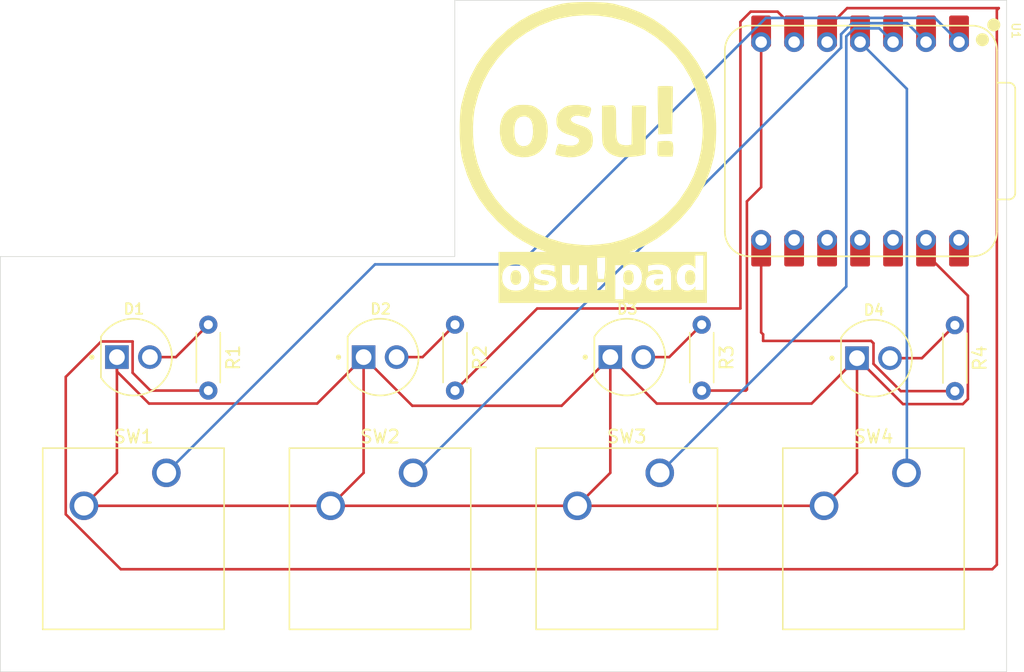
<source format=kicad_pcb>
(kicad_pcb (version 20241229) (generator "pcbnew") (generator_version "9.0")
  (layers (0 "F.Cu" signal) (2 "B.Cu" signal) (13 "F.Paste" user) (15 "B.Paste" user) (5 "F.SilkS" user "F.Silkscreen") (7 "B.SilkS" user "B.Silkscreen") (1 "F.Mask" user) (3 "B.Mask" user) (25 "Edge.Cuts" user))
  (net 0 "")
  (net 1 "Net-(D1-PadA)")
  (net 2 "GND")
  (net 3 "Net-(D2-PadA)")
  (net 4 "Net-(D3-PadA)")
  (net 5 "Net-(D4-PadA)")
  (net 6 "LED1")
  (net 7 "LED2")
  (net 8 "LED3")
  (net 9 "LED4")
  (net 10 "button1")
  (net 11 "button2")
  (net 12 "button3")
  (net 13 "button4")
  (footprint "Button_Switch_Keyboard:SW_Cherry_MX_1.00u_PCB" (layer "F.Cu") (at 105.54 98.92)
    (property "Reference" "SW3" (at -2.54 -2.794 0) (layer "F.SilkS"))
    (property "Value" "SW_Push")
    (fp_line (start -9.525 -1.905) (end 4.445 -1.905) (stroke (width 0.12)) (layer "F.SilkS"))
    (fp_line (start -9.525 12.065) (end -9.525 -1.905) (stroke (width 0.12)) (layer "F.SilkS"))
    (fp_line (start 4.445 -1.905) (end 4.445 12.065) (stroke (width 0.12)) (layer "F.SilkS"))
    (fp_line (start 4.445 12.065) (end -9.525 12.065) (stroke (width 0.12)) (layer "F.SilkS"))
    (pad "" np_thru_hole circle (at -7.62 5.08) (size 1.7 1.7) (drill 1.7) (layers "*.Cu" "*.Mask"))
    (pad "" np_thru_hole circle (at -2.54 5.08) (size 4 4) (drill 4) (layers "*.Cu" "*.Mask"))
    (pad "" np_thru_hole circle (at 2.54 5.08) (size 1.7 1.7) (drill 1.7) (layers "*.Cu" "*.Mask"))
    (pad "1" thru_hole circle (at 0 0) (size 2.2 2.2) (drill 1.5) (layers "*.Cu" "*.Mask") (net 12 "button3"))
    (pad "2" thru_hole circle (at -6.35 2.54) (size 2.2 2.2) (drill 1.5) (layers "*.Cu" "*.Mask") (net 2 "GND"))
  )
  (footprint "Footprints:XIAO-RP2040-DIP" (layer "F.Cu") (at 120.9675 73.3425 -90)
    (property "Reference" "U1" (at -8.5 -12 270) (layer "F.SilkS") (effects (font (size 0.635 0.635) (thickness 0.1016))))
    (property "Value" "XIAO-RP2040-DIP")
    (fp_line (start -6.985 10.414) (end 6.985 10.414) (stroke (width 0.127)) (layer "F.SilkS"))
    (fp_line (start -8.89 8.509) (end -8.89 -8.636) (stroke (width 0.127)) (layer "F.SilkS"))
    (fp_line (start 8.89 8.509) (end 8.89 -8.636) (stroke (width 0.127)) (layer "F.SilkS"))
    (fp_line (start -4.495 -10.541) (end -4.491272 -11.451272) (stroke (width 0.127)) (layer "F.SilkS"))
    (fp_line (start 6.985 -10.541) (end -6.985 -10.541) (stroke (width 0.1)) (layer "F.SilkS"))
    (fp_line (start 6.985 -10.541) (end -6.985 -10.541) (stroke (width 0.127)) (layer "F.SilkS"))
    (fp_line (start 4.504 -11.451) (end 4.504 -10.541) (stroke (width 0.127)) (layer "F.SilkS"))
    (fp_line (start -3.991272 -11.951) (end 4.004 -11.951) (stroke (width 0.127)) (layer "F.SilkS"))
    (fp_arc (start -6.985 10.414) (mid -8.332038 9.856038) (end -8.89 8.509) (stroke (width 0.127)) (layer "F.SilkS"))
    (fp_arc (start 8.89 8.509) (mid 8.332038 9.856038) (end 6.985 10.414) (stroke (width 0.127)) (layer "F.SilkS"))
    (fp_arc (start -8.89 -8.636) (mid -8.332038 -9.983038) (end -6.985 -10.541) (stroke (width 0.127)) (layer "F.SilkS"))
    (fp_arc (start 6.985 -10.541) (mid 8.332038 -9.983038) (end 8.89 -8.636) (stroke (width 0.127)) (layer "F.SilkS"))
    (fp_arc (start -4.491272 -11.451272) (mid -4.344728 -11.80464) (end -3.991272 -11.951) (stroke (width 0.127)) (layer "F.SilkS"))
    (fp_arc (start 4.004 -11.951) (mid 4.357553 -11.804553) (end 4.504 -11.451) (stroke (width 0.127)) (layer "F.SilkS"))
    (fp_circle (center -7.807 -9.42) (end -7.807 -9.674) (stroke (width 0.5)) (fill yes) (layer "F.SilkS"))
    (fp_circle (center -8.95 -10.3) (end -8.95 -10.554) (stroke (width 0.5)) (fill yes) (layer "F.SilkS"))
    (pad "1" smd roundrect (at -8.455 -7.62 90) (size 2.432 1.524) (layers "F.Cu" "F.Mask") (roundrect_rratio 0.1) (net 10 "button1"))
    (pad "1" thru_hole circle (at -7.62 -7.62 90) (size 1.524 1.524) (drill 0.889) (layers "*.Cu" "*.Mask") (net 10 "button1"))
    (pad "2" smd roundrect (at -8.455 -5.08 90) (size 2.432 1.524) (layers "F.Cu" "F.Mask") (roundrect_rratio 0.1) (net 11 "button2"))
    (pad "2" thru_hole circle (at -7.62 -5.08 90) (size 1.524 1.524) (drill 0.889) (layers "*.Cu" "*.Mask") (net 11 "button2"))
    (pad "3" smd roundrect (at -8.455 -2.54 90) (size 2.432 1.524) (layers "F.Cu" "F.Mask") (roundrect_rratio 0.1) (net 12 "button3"))
    (pad "3" thru_hole circle (at -7.62 -2.54 90) (size 1.524 1.524) (drill 0.889) (layers "*.Cu" "*.Mask") (net 12 "button3"))
    (pad "4" smd roundrect (at -8.455 0 90) (size 2.432 1.524) (layers "F.Cu" "F.Mask") (roundrect_rratio 0.1) (net 13 "button4"))
    (pad "4" thru_hole circle (at -7.62 0 90) (size 1.524 1.524) (drill 0.889) (layers "*.Cu" "*.Mask") (net 13 "button4"))
    (pad "5" smd roundrect (at -8.455 2.54 90) (size 2.432 1.524) (layers "F.Cu" "F.Mask") (roundrect_rratio 0.1) (net 6 "LED1"))
    (pad "5" thru_hole circle (at -7.62 2.54 90) (size 1.524 1.524) (drill 0.889) (layers "*.Cu" "*.Mask") (net 6 "LED1"))
    (pad "6" smd roundrect (at -8.455 5.08 90) (size 2.432 1.524) (layers "F.Cu" "F.Mask") (roundrect_rratio 0.1) (net 7 "LED2"))
    (pad "6" thru_hole circle (at -7.62 5.08 90) (size 1.524 1.524) (drill 0.889) (layers "*.Cu" "*.Mask") (net 7 "LED2"))
    (pad "7" smd roundrect (at -8.455 7.62 90) (size 2.432 1.524) (layers "F.Cu" "F.Mask") (roundrect_rratio 0.1) (net 8 "LED3"))
    (pad "7" thru_hole circle (at -7.62 7.62 90) (size 1.524 1.524) (drill 0.889) (layers "*.Cu" "*.Mask") (net 8 "LED3"))
    (pad "8" thru_hole circle (at 7.62 7.62 270) (size 1.524 1.524) (drill 0.889) (layers "*.Cu" "*.Mask") (net 9 "LED4"))
    (pad "8" smd roundrect (at 8.455 7.62 270) (size 2.432 1.524) (layers "F.Cu" "F.Mask") (roundrect_rratio 0.1) (net 9 "LED4"))
    (pad "9" thru_hole circle (at 7.62 5.08 270) (size 1.524 1.524) (drill 0.889) (layers "*.Cu" "*.Mask"))
    (pad "9" smd roundrect (at 8.455 5.08 270) (size 2.432 1.524) (layers "F.Cu" "F.Mask") (roundrect_rratio 0.1))
    (pad "10" thru_hole circle (at 7.62 2.54 270) (size 1.524 1.524) (drill 0.889) (layers "*.Cu" "*.Mask"))
    (pad "10" smd roundrect (at 8.455 2.54 270) (size 2.432 1.524) (layers "F.Cu" "F.Mask") (roundrect_rratio 0.1))
    (pad "11" thru_hole circle (at 7.62 0 270) (size 1.524 1.524) (drill 0.889) (layers "*.Cu" "*.Mask"))
    (pad "11" smd roundrect (at 8.455 0 270) (size 2.432 1.524) (layers "F.Cu" "F.Mask") (roundrect_rratio 0.1))
    (pad "12" thru_hole circle (at 7.62 -2.54 270) (size 1.524 1.524) (drill 0.889) (layers "*.Cu" "*.Mask"))
    (pad "12" smd roundrect (at 8.455 -2.54 270) (size 2.432 1.524) (layers "F.Cu" "F.Mask") (roundrect_rratio 0.1))
    (pad "13" thru_hole circle (at 7.62 -5.08 270) (size 1.524 1.524) (drill 0.889) (layers "*.Cu" "*.Mask") (net 2 "GND"))
    (pad "13" smd roundrect (at 8.455 -5.08 270) (size 2.432 1.524) (layers "F.Cu" "F.Mask") (roundrect_rratio 0.1) (net 2 "GND"))
    (pad "14" thru_hole circle (at 7.62 -7.62 270) (size 1.524 1.524) (drill 0.889) (layers "*.Cu" "*.Mask"))
    (pad "14" smd roundrect (at 8.455 -7.62 270) (size 2.432 1.524) (layers "F.Cu" "F.Mask") (roundrect_rratio 0.1))
  )
  (footprint "Button_Switch_Keyboard:SW_Cherry_MX_1.00u_PCB" (layer "F.Cu") (at 67.54 98.92)
    (property "Reference" "SW1" (at -2.54 -2.794 0) (layer "F.SilkS"))
    (property "Value" "SW_Push")
    (fp_line (start -9.525 -1.905) (end 4.445 -1.905) (stroke (width 0.12)) (layer "F.SilkS"))
    (fp_line (start -9.525 12.065) (end -9.525 -1.905) (stroke (width 0.12)) (layer "F.SilkS"))
    (fp_line (start 4.445 -1.905) (end 4.445 12.065) (stroke (width 0.12)) (layer "F.SilkS"))
    (fp_line (start 4.445 12.065) (end -9.525 12.065) (stroke (width 0.12)) (layer "F.SilkS"))
    (pad "" np_thru_hole circle (at -7.62 5.08) (size 1.7 1.7) (drill 1.7) (layers "*.Cu" "*.Mask"))
    (pad "" np_thru_hole circle (at -2.54 5.08) (size 4 4) (drill 4) (layers "*.Cu" "*.Mask"))
    (pad "" np_thru_hole circle (at 2.54 5.08) (size 1.7 1.7) (drill 1.7) (layers "*.Cu" "*.Mask"))
    (pad "1" thru_hole circle (at 0 0) (size 2.2 2.2) (drill 1.5) (layers "*.Cu" "*.Mask") (net 10 "button1"))
    (pad "2" thru_hole circle (at -6.35 2.54) (size 2.2 2.2) (drill 1.5) (layers "*.Cu" "*.Mask") (net 2 "GND"))
  )
  (footprint "LED:LEDRD254W57D500H1070" (layer "F.Cu") (at 84 90)
    (property "Reference" "D2" (at 0.04 -3.708 0) (layer "F.SilkS") (effects (font (size 0.8 0.8))))
    (property "Value" "L08R5000Q1")
    (fp_line (start -2.5 -1.566) (end -2.5 1.566) (stroke (width 0.127)) (layer "F.SilkS"))
    (fp_arc (start -2.5 -1.566) (mid 2.961291 0) (end -2.5 1.566) (stroke (width 0.127)) (layer "F.SilkS"))
    (fp_circle (center -3.2 0) (end -3.1 0) (stroke (width 0.2)) (fill no) (layer "F.SilkS"))
    (pad "A" thru_hole circle (at 1.27 0) (size 1.815 1.815) (drill 1.21) (layers "*.Cu" "*.Mask") (net 3 "Net-(D2-PadA)"))
    (pad "C" thru_hole rect (at -1.27 0) (size 1.815 1.815) (drill 1.21) (layers "*.Cu" "*.Mask") (net 2 "GND"))
  )
  (footprint "LED:LEDRD254W57D500H1070" (layer "F.Cu") (at 65 90)
    (property "Reference" "D1" (at 0.04 -3.708 0) (layer "F.SilkS") (effects (font (size 0.8 0.8))))
    (property "Value" "L08R5000Q1")
    (fp_line (start -2.5 -1.566) (end -2.5 1.566) (stroke (width 0.127)) (layer "F.SilkS"))
    (fp_arc (start -2.5 -1.566) (mid 2.961291 0) (end -2.5 1.566) (stroke (width 0.127)) (layer "F.SilkS"))
    (fp_circle (center -3.2 0) (end -3.1 0) (stroke (width 0.2)) (fill no) (layer "F.SilkS"))
    (pad "A" thru_hole circle (at 1.27 0) (size 1.815 1.815) (drill 1.21) (layers "*.Cu" "*.Mask") (net 1 "Net-(D1-PadA)"))
    (pad "C" thru_hole rect (at -1.27 0) (size 1.815 1.815) (drill 1.21) (layers "*.Cu" "*.Mask") (net 2 "GND"))
  )
  (footprint "downloads:osu" (layer "F.Cu") (at 100 72.5)
    (property "Reference" "G***" (hide yes))
    (property "Value" "LOGO" (hide yes))
    (fp_poly (pts (xy 6.200988 0.838465) (xy 6.247843 0.842858) (xy 6.421255 0.869964) (xy 6.508923 0.926192) (xy 6.551044 1.051573) (xy 6.569103 1.162809) (xy 6.586491 1.423476) (xy 6.574226 1.698943) (xy 6.567864 1.748311) (xy 6.523343 2.045194) (xy 5.967863 2.045194) (xy 5.69623 2.042831) (xy 5.528478 2.030998) (xy 5.436561 2.002581) (xy 5.392433 1.950467) (xy 5.374616 1.894717) (xy 5.357703 1.750327) (xy 5.351922 1.52721) (xy 5.356866 1.317444) (xy 5.376883 0.890649) (xy 5.673373 0.851087) (xy 5.934376 0.832916)) (fill yes) (layer "F.SilkS"))
    (fp_poly (pts (xy 6.224853 -3.393979) (xy 6.422603 -3.384167) (xy 6.531631 -3.370089) (xy 6.542746 -3.364676) (xy 6.54742 -3.292641) (xy 6.549403 -3.105936) (xy 6.548798 -2.821809) (xy 6.545707 -2.457508) (xy 6.540233 -2.030281) (xy 6.532478 -1.557376) (xy 6.53175 -1.517403) (xy 6.498441 0.296883) (xy 5.964031 0.315885) (xy 5.42962 0.334887) (xy 5.393232 -1.498401) (xy 5.384866 -1.976816) (xy 5.379437 -2.411029) (xy 5.376985 -2.783889) (xy 5.37755 -3.078243) (xy 5.381173 -3.276938) (xy 5.387894 -3.362821) (xy 5.388854 -3.364676) (xy 5.46517 -3.379806) (xy 5.640408 -3.391281) (xy 5.881556 -3.397231) (xy 5.970649 -3.397663)) (fill yes) (layer "F.SilkS"))
    (fp_poly (pts (xy 2.019629 -1.888211) (xy 2.101029 -1.816025) (xy 2.148482 -1.682216) (xy 2.170998 -1.470241) (xy 2.177584 -1.16356) (xy 2.177251 -0.745628) (xy 2.177142 -0.623378) (xy 2.180163 -0.115003) (xy 2.192069 0.278075) (xy 2.217126 0.57243) (xy 2.259602 0.784632) (xy 2.323761 0.931253) (xy 2.413871 1.028864) (xy 2.534197 1.094037) (xy 2.627483 1.125914) (xy 2.868312 1.167767) (xy 3.104912 1.163855) (xy 3.12617 1.160323) (xy 3.362212 1.116041) (xy 3.379937 -0.38211) (xy 3.397662 -1.88026) (xy 3.790757 -1.900456) (xy 4.031937 -1.905227) (xy 4.239686 -1.896256) (xy 4.336067 -1.882449) (xy 4.488283 -1.844245) (xy 4.470765 0.013722) (xy 4.453246 1.871689) (xy 4.123376 1.961262) (xy 3.917606 2.001497) (xy 3.63342 2.036878) (xy 3.307448 2.065157) (xy 2.976319 2.084084) (xy 2.676662 2.091412) (xy 2.445107 2.084891) (xy 2.342077 2.070608) (xy 1.938913 1.941371) (xy 1.637588 1.779049) (xy 1.408581 1.562966) (xy 1.234119 1.294687) (xy 1.186378 1.198507) (xy 1.150378 1.099449) (xy 1.12447 0.977994) (xy 1.107006 0.814622) (xy 1.096337 0.589814) (xy 1.090815 0.284048) (xy 1.088791 -0.122194) (xy 1.088571 -0.428832) (xy 1.088571 -1.88026) (xy 1.481666 -1.900456) (xy 1.718956 -1.913884) (xy 1.895275 -1.915317)) (fill yes) (layer "F.SilkS"))
    (fp_poly (pts (xy -4.62992 -1.936529) (xy -4.39586 -1.906834) (xy -4.19869 -1.8471) (xy -4.074073 -1.791252) (xy -3.712127 -1.545277) (xy -3.412787 -1.206182) (xy -3.205999 -0.80869) (xy -3.192064 -0.768575) (xy -3.106232 -0.36924) (xy -3.081411 0.088346) (xy -3.11647 0.547721) (xy -3.210281 0.952428) (xy -3.227442 0.999947) (xy -3.4471 1.404017) (xy -3.757228 1.722662) (xy -4.14238 1.949148) (xy -4.58711 2.076739) (xy -5.075972 2.098701) (xy -5.560722 2.017341) (xy -5.964572 1.844108) (xy -6.295406 1.566485) (xy -6.54661 1.194106) (xy -6.711571 0.736603) (xy -6.782047 0.238361) (xy -6.781478 0.21759) (xy -5.658587 0.21759) (xy -5.620943 0.55337) (xy -5.546556 0.826886) (xy -5.505808 0.910988) (xy -5.309103 1.13445) (xy -5.062617 1.239484) (xy -4.78371 1.221249) (xy -4.623084 1.157079) (xy -4.436096 0.987963) (xy -4.304944 0.709395) (xy -4.234074 0.333456) (xy -4.222338 0.068933) (xy -4.253852 -0.373565) (xy -4.349779 -0.703129) (xy -4.512198 -0.923119) (xy -4.743187 -1.036899) (xy -4.917669 -1.055585) (xy -5.207446 -1.009535) (xy -5.418761 -0.865191) (xy -5.562315 -0.613258) (xy -5.609516 -0.454637) (xy -5.655956 -0.133923) (xy -5.658587 0.21759) (xy -6.781478 0.21759) (xy -6.766122 -0.343432) (xy -6.6519 -0.838376) (xy -6.43828 -1.248858) (xy -6.124163 -1.577262) (xy -5.866602 -1.747275) (xy -5.669849 -1.847145) (xy -5.496877 -1.906391) (xy -5.299762 -1.935303) (xy -5.030578 -1.944168) (xy -4.948053 -1.944457)) (fill yes) (layer "F.SilkS"))
    (fp_poly (pts (xy -0.354461 -1.909577) (xy -0.082468 -1.856398) (xy 0.127648 -1.792324) (xy 0.235148 -1.713649) (xy 0.257772 -1.58633) (xy 0.213261 -1.37632) (xy 0.197317 -1.319481) (xy 0.127591 -1.101647) (xy 0.054143 -0.991279) (xy -0.05768 -0.967572) (xy -0.242527 -1.00972) (xy -0.293381 -1.024845) (xy -0.678053 -1.108801) (xy -0.975871 -1.101288) (xy -1.172853 -1.018857) (xy -1.305512 -0.881399) (xy -1.306691 -0.746795) (xy -1.176266 -0.614892) (xy -0.914114 -0.485536) (xy -0.678695 -0.40449) (xy -0.29537 -0.269526) (xy -0.021031 -0.128717) (xy 0.166993 0.032536) (xy 0.285669 0.216597) (xy 0.372475 0.517168) (xy 0.389802 0.863978) (xy 0.336323 1.190281) (xy 0.30671 1.273149) (xy 0.113586 1.571266) (xy -0.179977 1.809506) (xy -0.553931 1.981785) (xy -0.98823 2.082018) (xy -1.462826 2.104123) (xy -1.957675 2.042014) (xy -2.107636 2.005901) (xy -2.308568 1.948603) (xy -2.450687 1.901917) (xy -2.494421 1.881856) (xy -2.496939 1.805668) (xy -2.470024 1.648704) (xy -2.424493 1.455851) (xy -2.371162 1.271991) (xy -2.320848 1.14201) (xy -2.312554 1.12716) (xy -2.251544 1.074498) (xy -2.139651 1.072014) (xy -1.968952 1.10962) (xy -1.547019 1.189798) (xy -1.192517 1.196339) (xy -0.922043 1.130051) (xy -0.804129 1.053014) (xy -0.682302 0.883053) (xy -0.688238 0.726431) (xy -0.817899 0.590241) (xy -1.067248 0.481575) (xy -1.141022 0.461242) (xy -1.614118 0.317154) (xy -1.967332 0.150456) (xy -2.211943 -0.047063) (xy -2.359228 -0.283611) (xy -2.407905 -0.460948) (xy -2.423531 -0.882098) (xy -2.320327 -1.247062) (xy -2.100205 -1.551915) (xy -1.765079 -1.792734) (xy -1.756507 -1.797241) (xy -1.493426 -1.885953) (xy -1.144831 -1.935208) (xy -0.751563 -1.943564)) (fill yes) (layer "F.SilkS"))
    (fp_poly (pts (xy 0.452487 -9.867644) (xy 0.988137 -9.847912) (xy 1.46727 -9.813091) (xy 1.85862 -9.763181) (xy 1.97922 -9.739951) (xy 3.070573 -9.446567) (xy 4.076258 -9.05981) (xy 5.011471 -8.571378) (xy 5.89141 -7.972966) (xy 6.73127 -7.256269) (xy 6.996185 -6.998441) (xy 7.765476 -6.149142) (xy 8.41027 -5.265692) (xy 8.935783 -4.338112) (xy 9.347234 -3.356424) (xy 9.649838 -2.310649) (xy 9.775507 -1.682717) (xy 9.842947 -1.14557) (xy 9.880191 -0.531021) (xy 9.887919 0.122165) (xy 9.866813 0.775225) (xy 9.817551 1.389394) (xy 9.740815 1.925909) (xy 9.709491 2.079706) (xy 9.41415 3.155412) (xy 9.022889 4.150074) (xy 8.527507 5.078556) (xy 7.919801 5.955719) (xy 7.191568 6.796426) (xy 6.996185 6.996185) (xy 6.175475 7.745608) (xy 5.32908 8.372958) (xy 4.439612 8.887847) (xy 3.489679 9.299888) (xy 2.461891 9.618694) (xy 2.091 9.707695) (xy 1.815594 9.761819) (xy 1.52312 9.802138) (xy 1.185675 9.830961) (xy 0.775357 9.850601) (xy 0.264264 9.863369) (xy 0.197921 9.864499) (xy -0.211461 9.869558) (xy -0.584519 9.871087) (xy -0.897697 9.869232) (xy -1.127435 9.864142) (xy -1.250178 9.855964) (xy -1.253507 9.8554) (xy -1.943732 9.72085) (xy -2.532745 9.585832) (xy -3.050992 9.441176) (xy -3.528921 9.277712) (xy -3.99698 9.086268) (xy -4.354286 8.921486) (xy -5.050559 8.550277) (xy -5.701292 8.121851) (xy -6.336789 7.614124) (xy -6.987349 7.005015) (xy -6.996186 6.996185) (xy -7.745355 6.17446) (xy -8.373549 5.323321) (xy -8.89044 4.425183) (xy -9.305697 3.462461) (xy -9.628991 2.41757) (xy -9.718423 2.046058) (xy -9.782303 1.665958) (xy -9.829404 1.18855) (xy -9.859555 0.645746) (xy -9.872582 0.06946) (xy -9.870052 -0.273056) (xy -8.841219 -0.273056) (xy -8.837759 0.398249) (xy -8.797428 1.038285) (xy -8.737525 1.498853) (xy -8.497022 2.528925) (xy -8.138643 3.510988) (xy -7.670332 4.436775) (xy -7.100035 5.298021) (xy -6.435696 6.086458) (xy -5.685259 6.793819) (xy -4.85667 7.411839) (xy -3.957873 7.932251) (xy -2.996812 8.346788) (xy -1.981433 8.647184) (xy -1.836561 8.679411) (xy -1.55868 8.729117) (xy -1.216636 8.776104) (xy -0.846568 8.816972) (xy -0.484616 8.848318) (xy -0.166919 8.866743) (xy 0.070383 8.868846) (xy 0.131947 8.864659) (xy 0.273612 8.852223) (xy 0.503711 8.834987) (xy 0.778975 8.816148) (xy 0.857662 8.811058) (xy 1.784036 8.688392) (xy 2.710586 8.444029) (xy 3.620881 8.087169) (xy 4.498488 7.627015) (xy 5.326976 7.072767) (xy 6.089913 6.433627) (xy 6.770867 5.718796) (xy 7.083897 5.32455) (xy 7.68509 4.416759) (xy 8.158709 3.480021) (xy 8.507174 2.507015) (xy 8.732905 1.490418) (xy 8.83832 0.422909) (xy 8.847344 -0.011381) (xy 8.783703 -1.084609) (xy 8.596778 -2.12319) (xy 8.292565 -3.118876) (xy 7.87706 -4.063418) (xy 7.356261 -4.948566) (xy 6.736163 -5.766071) (xy 6.022763 -6.507684) (xy 5.222057 -7.165156) (xy 4.340041 -7.730238) (xy 3.382713 -8.19468) (xy 2.720978 -8.439321) (xy 1.786332 -8.680532) (xy 0.800494 -8.816604) (xy -0.208004 -8.847536) (xy -1.21063 -8.773329) (xy -2.178853 -8.593983) (xy -2.720979 -8.439321) (xy -3.715103 -8.047388) (xy -4.644177 -7.546285) (xy -5.500744 -6.944613) (xy -6.277351 -6.250971) (xy -6.966541 -5.47396) (xy -7.560861 -4.622178) (xy -8.052855 -3.704226) (xy -8.435069 -2.728702) (xy -8.700047 -1.704208) (xy -8.737525 -1.498854) (xy -8.807808 -0.922974) (xy -8.841219 -0.273056) (xy -9.870052 -0.273056) (xy -9.868313 -0.508394) (xy -9.846574 -1.055903) (xy -9.807194 -1.541153) (xy -9.749998 -1.932231) (xy -9.740217 -1.979221) (xy -9.446723 -3.071139) (xy -9.058559 -4.078502) (xy -8.567416 -5.016516) (xy -7.964981 -5.900389) (xy -7.242945 -6.745328) (xy -6.997631 -6.997631) (xy -6.155743 -7.761458) (xy -5.275414 -8.403489) (xy -4.343033 -8.931164) (xy -3.34499 -9.351918) (xy -2.267672 -9.67319) (xy -1.979221 -9.739962) (xy -1.629972 -9.795678) (xy -1.180911 -9.836304) (xy -0.663303 -9.86184) (xy -0.108415 -9.872287)) (fill yes) (layer "F.SilkS"))
  )
  (footprint "LED:LEDRD254W57D500H1070" (layer "F.Cu") (at 122 90.08)
    (property "Reference" "D4" (at 0.04 -3.708 0) (layer "F.SilkS") (effects (font (size 0.8 0.8))))
    (property "Value" "L08R5000Q1")
    (fp_line (start -2.5 -1.566) (end -2.5 1.566) (stroke (width 0.127)) (layer "F.SilkS"))
    (fp_arc (start -2.5 -1.566) (mid 2.961291 0) (end -2.5 1.566) (stroke (width 0.127)) (layer "F.SilkS"))
    (fp_circle (center -3.2 0) (end -3.1 0) (stroke (width 0.2)) (fill no) (layer "F.SilkS"))
    (pad "A" thru_hole circle (at 1.27 0) (size 1.815 1.815) (drill 1.21) (layers "*.Cu" "*.Mask") (net 5 "Net-(D4-PadA)"))
    (pad "C" thru_hole rect (at -1.27 0) (size 1.815 1.815) (drill 1.21) (layers "*.Cu" "*.Mask") (net 2 "GND"))
  )
  (footprint "Resistor_THT:R_Axial_DIN0204_L3.6mm_D1.6mm_P5.08mm_Horizontal" (layer "F.Cu") (at 89.77 87.5 -90)
    (property "Reference" "R2" (at 2.54 -1.92 90) (layer "F.SilkS"))
    (property "Value" "R")
    (fp_line (start 0.62 0.92) (end 4.46 0.92) (stroke (width 0.12)) (layer "F.SilkS"))
    (fp_line (start 0.62 -0.92) (end 4.46 -0.92) (stroke (width 0.12)) (layer "F.SilkS"))
    (pad "1" thru_hole circle (at 0 0 270) (size 1.4 1.4) (drill 0.7) (layers "*.Cu" "*.Mask") (net 3 "Net-(D2-PadA)"))
    (pad "2" thru_hole circle (at 5.08 0 270) (size 1.4 1.4) (drill 0.7) (layers "*.Cu" "*.Mask") (net 7 "LED2"))
  )
  (footprint "Button_Switch_Keyboard:SW_Cherry_MX_1.00u_PCB" (layer "F.Cu") (at 124.54 98.92)
    (property "Reference" "SW4" (at -2.54 -2.794 0) (layer "F.SilkS"))
    (property "Value" "SW_Push")
    (fp_line (start -9.525 -1.905) (end 4.445 -1.905) (stroke (width 0.12)) (layer "F.SilkS"))
    (fp_line (start -9.525 12.065) (end -9.525 -1.905) (stroke (width 0.12)) (layer "F.SilkS"))
    (fp_line (start 4.445 -1.905) (end 4.445 12.065) (stroke (width 0.12)) (layer "F.SilkS"))
    (fp_line (start 4.445 12.065) (end -9.525 12.065) (stroke (width 0.12)) (layer "F.SilkS"))
    (pad "" np_thru_hole circle (at -7.62 5.08) (size 1.7 1.7) (drill 1.7) (layers "*.Cu" "*.Mask"))
    (pad "" np_thru_hole circle (at -2.54 5.08) (size 4 4) (drill 4) (layers "*.Cu" "*.Mask"))
    (pad "" np_thru_hole circle (at 2.54 5.08) (size 1.7 1.7) (drill 1.7) (layers "*.Cu" "*.Mask"))
    (pad "1" thru_hole circle (at 0 0) (size 2.2 2.2) (drill 1.5) (layers "*.Cu" "*.Mask") (net 13 "button4"))
    (pad "2" thru_hole circle (at -6.35 2.54) (size 2.2 2.2) (drill 1.5) (layers "*.Cu" "*.Mask") (net 2 "GND"))
  )
  (footprint "Button_Switch_Keyboard:SW_Cherry_MX_1.00u_PCB" (layer "F.Cu") (at 86.54 98.92)
    (property "Reference" "SW2" (at -2.54 -2.794 0) (layer "F.SilkS"))
    (property "Value" "SW_Push")
    (fp_line (start -9.525 -1.905) (end 4.445 -1.905) (stroke (width 0.12)) (layer "F.SilkS"))
    (fp_line (start -9.525 12.065) (end -9.525 -1.905) (stroke (width 0.12)) (layer "F.SilkS"))
    (fp_line (start 4.445 -1.905) (end 4.445 12.065) (stroke (width 0.12)) (layer "F.SilkS"))
    (fp_line (start 4.445 12.065) (end -9.525 12.065) (stroke (width 0.12)) (layer "F.SilkS"))
    (pad "" np_thru_hole circle (at -7.62 5.08) (size 1.7 1.7) (drill 1.7) (layers "*.Cu" "*.Mask"))
    (pad "" np_thru_hole circle (at -2.54 5.08) (size 4 4) (drill 4) (layers "*.Cu" "*.Mask"))
    (pad "" np_thru_hole circle (at 2.54 5.08) (size 1.7 1.7) (drill 1.7) (layers "*.Cu" "*.Mask"))
    (pad "1" thru_hole circle (at 0 0) (size 2.2 2.2) (drill 1.5) (layers "*.Cu" "*.Mask") (net 11 "button2"))
    (pad "2" thru_hole circle (at -6.35 2.54) (size 2.2 2.2) (drill 1.5) (layers "*.Cu" "*.Mask") (net 2 "GND"))
  )
  (footprint "Resistor_THT:R_Axial_DIN0204_L3.6mm_D1.6mm_P5.08mm_Horizontal" (layer "F.Cu") (at 108.77 87.5 -90)
    (property "Reference" "R3" (at 2.54 -1.92 90) (layer "F.SilkS"))
    (property "Value" "R")
    (fp_line (start 0.62 0.92) (end 4.46 0.92) (stroke (width 0.12)) (layer "F.SilkS"))
    (fp_line (start 0.62 -0.92) (end 4.46 -0.92) (stroke (width 0.12)) (layer "F.SilkS"))
    (pad "1" thru_hole circle (at 0 0 270) (size 1.4 1.4) (drill 0.7) (layers "*.Cu" "*.Mask") (net 4 "Net-(D3-PadA)"))
    (pad "2" thru_hole circle (at 5.08 0 270) (size 1.4 1.4) (drill 0.7) (layers "*.Cu" "*.Mask") (net 8 "LED3"))
  )
  (footprint "Resistor_THT:R_Axial_DIN0204_L3.6mm_D1.6mm_P5.08mm_Horizontal" (layer "F.Cu") (at 70.77 87.5 -90)
    (property "Reference" "R1" (at 2.54 -1.92 90) (layer "F.SilkS"))
    (property "Value" "R")
    (fp_line (start 0.62 0.92) (end 4.46 0.92) (stroke (width 0.12)) (layer "F.SilkS"))
    (fp_line (start 0.62 -0.92) (end 4.46 -0.92) (stroke (width 0.12)) (layer "F.SilkS"))
    (pad "1" thru_hole circle (at 0 0 270) (size 1.4 1.4) (drill 0.7) (layers "*.Cu" "*.Mask") (net 1 "Net-(D1-PadA)"))
    (pad "2" thru_hole circle (at 5.08 0 270) (size 1.4 1.4) (drill 0.7) (layers "*.Cu" "*.Mask") (net 6 "LED1"))
  )
  (footprint "LED:LEDRD254W57D500H1070" (layer "F.Cu") (at 103 90)
    (property "Reference" "D3" (at 0.04 -3.708 0) (layer "F.SilkS") (effects (font (size 0.8 0.8))))
    (property "Value" "L08R5000Q1")
    (fp_line (start -2.5 -1.566) (end -2.5 1.566) (stroke (width 0.127)) (layer "F.SilkS"))
    (fp_arc (start -2.5 -1.566) (mid 2.961291 0) (end -2.5 1.566) (stroke (width 0.127)) (layer "F.SilkS"))
    (fp_circle (center -3.2 0) (end -3.1 0) (stroke (width 0.2)) (fill no) (layer "F.SilkS"))
    (pad "A" thru_hole circle (at 1.27 0) (size 1.815 1.815) (drill 1.21) (layers "*.Cu" "*.Mask") (net 4 "Net-(D3-PadA)"))
    (pad "C" thru_hole rect (at -1.27 0) (size 1.815 1.815) (drill 1.21) (layers "*.Cu" "*.Mask") (net 2 "GND"))
  )
  (footprint "Resistor_THT:R_Axial_DIN0204_L3.6mm_D1.6mm_P5.08mm_Horizontal" (layer "F.Cu") (at 128.27 87.54 -90)
    (property "Reference" "R4" (at 2.54 -1.92 90) (layer "F.SilkS"))
    (property "Value" "R")
    (fp_line (start 0.62 0.92) (end 4.46 0.92) (stroke (width 0.12)) (layer "F.SilkS"))
    (fp_line (start 0.62 -0.92) (end 4.46 -0.92) (stroke (width 0.12)) (layer "F.SilkS"))
    (pad "1" thru_hole circle (at 0 0 270) (size 1.4 1.4) (drill 0.7) (layers "*.Cu" "*.Mask") (net 5 "Net-(D4-PadA)"))
    (pad "2" thru_hole circle (at 5.08 0 270) (size 1.4 1.4) (drill 0.7) (layers "*.Cu" "*.Mask") (net 9 "LED4"))
  )
  (gr_line (start 54.75 82.25) (end 89.75 82.25) (stroke (width 0.05)) (layer "Edge.Cuts"))
  (gr_line (start 54.75 114.25) (end 132.25 114.25) (stroke (width 0.05)) (layer "Edge.Cuts"))
  (gr_line (start 54.75 82.25) (end 54.75 114.25) (stroke (width 0.05)) (layer "Edge.Cuts"))
  (gr_line (start 132.25 62.5) (end 89.75 62.5) (stroke (width 0.05)) (layer "Edge.Cuts"))
  (gr_line (start 89.75 82.25) (end 89.75 62.5) (stroke (width 0.05)) (layer "Edge.Cuts"))
  (gr_line (start 132.25 114.25) (end 132.25 62.5) (stroke (width 0.05)) (layer "Edge.Cuts"))
  (gr_text "osu!pad" (at 93.25 85.25 0) (layer "F.SilkS" knockout) (effects (font (size 2.5 2.5) (thickness 0.2) (bold yes)) (justify left bottom)))
  (segment (start 68.27 90) (end 70.77 87.5) (width 0.2) (layer "F.Cu") (net 1))
  (segment (start 66.27 90) (end 68.27 90) (width 0.2) (layer "F.Cu") (net 1))
  (segment (start 129.271 93.229) (end 129.271 85.26363) (width 0.2) (layer "F.Cu") (net 2))
  (segment (start 99.19 101.46) (end 80.19 101.46) (width 0.2) (layer "F.Cu") (net 2))
  (segment (start 63.73 98.92) (end 61.19 101.46) (width 0.2) (layer "F.Cu") (net 2))
  (segment (start 120.73 90.08) (end 117.229 93.581) (width 0.2) (layer "F.Cu") (net 2))
  (segment (start 117.229 93.581) (end 105.311 93.581) (width 0.2) (layer "F.Cu") (net 2))
  (segment (start 97.98 93.75) (end 86.48 93.75) (width 0.2) (layer "F.Cu") (net 2))
  (segment (start 82.73 98.92) (end 80.19 101.46) (width 0.2) (layer "F.Cu") (net 2))
  (segment (start 129.271 85.26363) (end 126.0475 82.04013) (width 0.2) (layer "F.Cu") (net 2))
  (segment (start 120.73 90.08) (end 124.271 93.621) (width 0.2) (layer "F.Cu") (net 2))
  (segment (start 120.73 98.92) (end 118.19 101.46) (width 0.2) (layer "F.Cu") (net 2))
  (segment (start 61.19 101.46) (end 80.19 101.46) (width 0.2) (layer "F.Cu") (net 2))
  (segment (start 63.73 91.1075) (end 63.73 90) (width 0.2) (layer "F.Cu") (net 2))
  (segment (start 118.19 101.46) (end 99.19 101.46) (width 0.2) (layer "F.Cu") (net 2))
  (segment (start 82.73 90) (end 82.73 98.92) (width 0.2) (layer "F.Cu") (net 2))
  (segment (start 63.73 90) (end 63.73 98.92) (width 0.2) (layer "F.Cu") (net 2))
  (segment (start 101.73 98.92) (end 99.19 101.46) (width 0.2) (layer "F.Cu") (net 2))
  (segment (start 86.48 93.75) (end 82.73 90) (width 0.2) (layer "F.Cu") (net 2))
  (segment (start 120.73 90.08) (end 120.73 98.92) (width 0.2) (layer "F.Cu") (net 2))
  (segment (start 101.73 90) (end 97.98 93.75) (width 0.2) (layer "F.Cu") (net 2))
  (segment (start 66.2035 93.581) (end 63.73 91.1075) (width 0.2) (layer "F.Cu") (net 2))
  (segment (start 126.0475 82.04013) (end 126.0475 80.9625) (width 0.2) (layer "F.Cu") (net 2))
  (segment (start 79.149 93.581) (end 66.2035 93.581) (width 0.2) (layer "F.Cu") (net 2))
  (segment (start 128.879 93.621) (end 129.271 93.229) (width 0.2) (layer "F.Cu") (net 2))
  (segment (start 124.271 93.621) (end 128.879 93.621) (width 0.2) (layer "F.Cu") (net 2))
  (segment (start 105.311 93.581) (end 101.73 90) (width 0.2) (layer "F.Cu") (net 2))
  (segment (start 101.73 90) (end 101.73 98.92) (width 0.2) (layer "F.Cu") (net 2))
  (segment (start 82.73 90) (end 79.149 93.581) (width 0.2) (layer "F.Cu") (net 2))
  (segment (start 85.27 90) (end 87.27 90) (width 0.2) (layer "F.Cu") (net 3))
  (segment (start 87.27 90) (end 89.77 87.5) (width 0.2) (layer "F.Cu") (net 3))
  (segment (start 104.27 90) (end 106.27 90) (width 0.2) (layer "F.Cu") (net 4))
  (segment (start 106.27 90) (end 108.77 87.5) (width 0.2) (layer "F.Cu") (net 4))
  (segment (start 123.27 90.08) (end 125.73 90.08) (width 0.2) (layer "F.Cu") (net 5))
  (segment (start 125.73 90.08) (end 128.27 87.54) (width 0.2) (layer "F.Cu") (net 5))
  (segment (start 131.5 63.25) (end 131.649 63.101) (width 0.2) (layer "F.Cu") (net 6))
  (segment (start 59.789 91.524) (end 59.789 102.113816) (width 0.2) (layer "F.Cu") (net 6))
  (segment (start 64.9385 91.2085) (end 64.9385 88.7915) (width 0.2) (layer "F.Cu") (net 6))
  (segment (start 62.5215 88.7915) (end 59.789 91.524) (width 0.2) (layer "F.Cu") (net 6))
  (segment (start 59.789 102.113816) (end 64.026184 106.351) (width 0.2) (layer "F.Cu") (net 6))
  (segment (start 118.4275 64.64487) (end 118.4275 65.7225) (width 0.2) (layer "F.Cu") (net 6))
  (segment (start 64.026184 106.351) (end 131.149 106.351) (width 0.2) (layer "F.Cu") (net 6))
  (segment (start 64.9385 88.7915) (end 62.5215 88.7915) (width 0.2) (layer "F.Cu") (net 6))
  (segment (start 131.5 106) (end 131.5 63.25) (width 0.2) (layer "F.Cu") (net 6))
  (segment (start 66.31 92.58) (end 64.9385 91.2085) (width 0.2) (layer "F.Cu") (net 6))
  (segment (start 131.649 63.101) (end 119.97137 63.101) (width 0.2) (layer "F.Cu") (net 6))
  (segment (start 131.149 106.351) (end 131.5 106) (width 0.2) (layer "F.Cu") (net 6))
  (segment (start 119.97137 63.101) (end 118.4275 64.64487) (width 0.2) (layer "F.Cu") (net 6))
  (segment (start 70.77 92.58) (end 66.31 92.58) (width 0.2) (layer "F.Cu") (net 6))
  (segment (start 111.75 64.166374) (end 112.545874 63.3705) (width 0.2) (layer "F.Cu") (net 7))
  (segment (start 89.77 92.58) (end 96.1 86.25) (width 0.2) (layer "F.Cu") (net 7))
  (segment (start 96.1 86.25) (end 111.75 86.25) (width 0.2) (layer "F.Cu") (net 7))
  (segment (start 115.8875 64.64487) (end 115.8875 65.7225) (width 0.2) (layer "F.Cu") (net 7))
  (segment (start 114.61313 63.3705) (end 115.8875 64.64487) (width 0.2) (layer "F.Cu") (net 7))
  (segment (start 111.75 86.25) (end 111.75 64.166374) (width 0.2) (layer "F.Cu") (net 7))
  (segment (start 112.545874 63.3705) (end 114.61313 63.3705) (width 0.2) (layer "F.Cu") (net 7))
  (segment (start 112.17 92.58) (end 112.25 92.5) (width 0.2) (layer "F.Cu") (net 8))
  (segment (start 112.25 92.5) (end 112.25 78) (width 0.2) (layer "F.Cu") (net 8))
  (segment (start 112.25 78) (end 113.3475 76.9025) (width 0.2) (layer "F.Cu") (net 8))
  (segment (start 113.3475 76.9025) (end 113.3475 65.7225) (width 0.2) (layer "F.Cu") (net 8))
  (segment (start 108.77 92.58) (end 112.17 92.58) (width 0.2) (layer "F.Cu") (net 8))
  (segment (start 113.5 88.25) (end 113.3475 88.0975) (width 0.2) (layer "F.Cu") (net 9))
  (segment (start 124.100922 92.62) (end 122 90.519078) (width 0.2) (layer "F.Cu") (net 9))
  (segment (start 113.3475 88.0975) (end 113.3475 80.9625) (width 0.2) (layer "F.Cu") (net 9))
  (segment (start 128.27 92.62) (end 124.100922 92.62) (width 0.2) (layer "F.Cu") (net 9))
  (segment (start 122 88.933) (end 121.817 88.75) (width 0.2) (layer "F.Cu") (net 9))
  (segment (start 113.5 88.75) (end 113.5 88.25) (width 0.2) (layer "F.Cu") (net 9))
  (segment (start 121.817 88.75) (end 113.5 88.75) (width 0.2) (layer "F.Cu") (net 9))
  (segment (start 122 90.519078) (end 122 88.933) (width 0.2) (layer "F.Cu") (net 9))
  (segment (start 94.71569 82.851) (end 113.70919 63.8575) (width 0.2) (layer "B.Cu") (net 10))
  (segment (start 126.7225 63.8575) (end 128.5875 65.7225) (width 0.2) (layer "B.Cu") (net 10))
  (segment (start 113.70919 63.8575) (end 126.7225 63.8575) (width 0.2) (layer "B.Cu") (net 10))
  (segment (start 83.609 82.851) (end 94.71569 82.851) (width 0.2) (layer "B.Cu") (net 10))
  (segment (start 67.54 98.92) (end 83.609 82.851) (width 0.2) (layer "B.Cu") (net 10))
  (segment (start 120.36109 64.2585) (end 124.5835 64.2585) (width 0.2) (layer "B.Cu") (net 11))
  (segment (start 119.5035 66.14981) (end 119.5035 65.11609) (width 0.2) (layer "B.Cu") (net 11))
  (segment (start 86.73331 98.92) (end 119.5035 66.14981) (width 0.2) (layer "B.Cu") (net 11))
  (segment (start 86.54 98.92) (end 86.73331 98.92) (width 0.2) (layer "B.Cu") (net 11))
  (segment (start 119.5035 65.11609) (end 120.36109 64.2585) (width 0.2) (layer "B.Cu") (net 11))
  (segment (start 124.5835 64.2585) (end 126.0475 65.7225) (width 0.2) (layer "B.Cu") (net 11))
  (segment (start 120.52719 64.6595) (end 122.4445 64.6595) (width 0.2) (layer "B.Cu") (net 12))
  (segment (start 119.9045 84.5555) (end 119.9045 65.28219) (width 0.2) (layer "B.Cu") (net 12))
  (segment (start 119.9045 65.28219) (end 120.52719 64.6595) (width 0.2) (layer "B.Cu") (net 12))
  (segment (start 122.4445 64.6595) (end 123.5075 65.7225) (width 0.2) (layer "B.Cu") (net 12))
  (segment (start 105.54 98.92) (end 119.9045 84.5555) (width 0.2) (layer "B.Cu") (net 12))
  (segment (start 124.5705 69.3255) (end 120.9675 65.7225) (width 0.2) (layer "B.Cu") (net 13))
  (segment (start 124.54 98.92) (end 124.5705 98.8895) (width 0.2) (layer "B.Cu") (net 13))
  (segment (start 124.5705 98.8895) (end 124.5705 69.3255) (width 0.2) (layer "B.Cu") (net 13))
)
</source>
